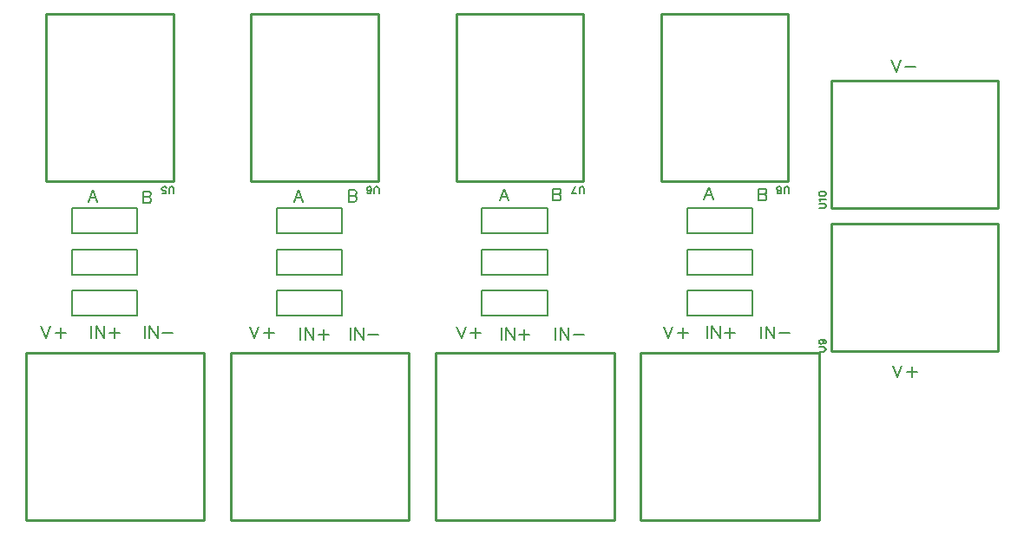
<source format=gto>
G04 Layer: TopSilkscreenLayer*
G04 EasyEDA Pro v2.2.35.2, 2025-01-10 12:23:15*
G04 Gerber Generator version 0.3*
G04 Scale: 100 percent, Rotated: No, Reflected: No*
G04 Dimensions in millimeters*
G04 Leading zeros omitted, absolute positions, 4 integers and 5 decimals*
%FSLAX45Y45*%
%MOMM*%
%ADD10C,0.203*%
%ADD11C,0.152*%
%ADD12C,0.1524*%
%ADD13C,0.254*%
G75*


G04 Text Start*
G54D10*
G01X6753860Y1970786D02*
G01X6798818Y1852930D01*
G01X6843776Y1970786D02*
G01X6798818Y1852930D01*
G01X6941566Y1954022D02*
G01X6941566Y1852930D01*
G01X6891020Y1903476D02*
G01X6992112Y1903476D01*
G01X4734560Y1970786D02*
G01X4779518Y1852930D01*
G01X4824476Y1970786D02*
G01X4779518Y1852930D01*
G01X4922266Y1954022D02*
G01X4922266Y1852930D01*
G01X4871720Y1903476D02*
G01X4972812Y1903476D01*
G01X2715260Y1970786D02*
G01X2760218Y1852930D01*
G01X2805176Y1970786D02*
G01X2760218Y1852930D01*
G01X2902966Y1954022D02*
G01X2902966Y1852930D01*
G01X2852420Y1903476D02*
G01X2953512Y1903476D01*
G01X680979Y1972386D02*
G01X725937Y1854530D01*
G01X770895Y1972386D02*
G01X725937Y1854530D01*
G01X868685Y1955622D02*
G01X868685Y1854530D01*
G01X818139Y1905076D02*
G01X919231Y1905076D01*
G01X3210560Y1958086D02*
G01X3210560Y1840230D01*
G01X3257804Y1958086D02*
G01X3257804Y1840230D01*
G01X3257804Y1958086D02*
G01X3336544Y1840230D01*
G01X3336544Y1958086D02*
G01X3336544Y1840230D01*
G01X3434334Y1941322D02*
G01X3434334Y1840230D01*
G01X3383788Y1890776D02*
G01X3484880Y1890776D01*
G01X5171445Y1959686D02*
G01X5171445Y1841830D01*
G01X5218689Y1959686D02*
G01X5218689Y1841830D01*
G01X5218689Y1959686D02*
G01X5297429Y1841830D01*
G01X5297429Y1959686D02*
G01X5297429Y1841830D01*
G01X5395219Y1942922D02*
G01X5395219Y1841830D01*
G01X5344673Y1892376D02*
G01X5445765Y1892376D01*
G01X7178045Y1972386D02*
G01X7178045Y1854530D01*
G01X7225289Y1972386D02*
G01X7225289Y1854530D01*
G01X7225289Y1972386D02*
G01X7304029Y1854530D01*
G01X7304029Y1972386D02*
G01X7304029Y1854530D01*
G01X7401819Y1955622D02*
G01X7401819Y1854530D01*
G01X7351273Y1905076D02*
G01X7452365Y1905076D01*
G01X1170945Y1972386D02*
G01X1170945Y1854530D01*
G01X1218189Y1972386D02*
G01X1218189Y1854530D01*
G01X1218189Y1972386D02*
G01X1296929Y1854530D01*
G01X1296929Y1972386D02*
G01X1296929Y1854530D01*
G01X1394719Y1955622D02*
G01X1394719Y1854530D01*
G01X1344173Y1905076D02*
G01X1445265Y1905076D01*
G01X1691645Y1972386D02*
G01X1691645Y1854530D01*
G01X1738889Y1972386D02*
G01X1738889Y1854530D01*
G01X1738889Y1972386D02*
G01X1817629Y1854530D01*
G01X1817629Y1972386D02*
G01X1817629Y1854530D01*
G01X1864873Y1905076D02*
G01X1965965Y1905076D01*
G01X3698245Y1959686D02*
G01X3698245Y1841830D01*
G01X3745489Y1959686D02*
G01X3745489Y1841830D01*
G01X3745489Y1959686D02*
G01X3824229Y1841830D01*
G01X3824229Y1959686D02*
G01X3824229Y1841830D01*
G01X3871473Y1892376D02*
G01X3972565Y1892376D01*
G01X5699760Y1958086D02*
G01X5699760Y1840230D01*
G01X5747004Y1958086D02*
G01X5747004Y1840230D01*
G01X5747004Y1958086D02*
G01X5825744Y1840230D01*
G01X5825744Y1958086D02*
G01X5825744Y1840230D01*
G01X5872988Y1890776D02*
G01X5974080Y1890776D01*
G01X7706360Y1970786D02*
G01X7706360Y1852930D01*
G01X7753604Y1970786D02*
G01X7753604Y1852930D01*
G01X7753604Y1970786D02*
G01X7832344Y1852930D01*
G01X7832344Y1970786D02*
G01X7832344Y1852930D01*
G01X7879588Y1903476D02*
G01X7980680Y1903476D01*
G01X8989060Y1589786D02*
G01X9034018Y1471930D01*
G01X9078976Y1589786D02*
G01X9034018Y1471930D01*
G01X9176766Y1573022D02*
G01X9176766Y1471930D01*
G01X9126220Y1522476D02*
G01X9227312Y1522476D01*
G01X8976360Y4574286D02*
G01X9021318Y4456430D01*
G01X9066276Y4574286D02*
G01X9021318Y4456430D01*
G01X9113520Y4506976D02*
G01X9214612Y4506976D01*
G01X1185418Y3304286D02*
G01X1140460Y3186430D01*
G01X1185418Y3304286D02*
G01X1230376Y3186430D01*
G01X1157224Y3225546D02*
G01X1213358Y3225546D01*
G01X1673860Y3291586D02*
G01X1673860Y3173730D01*
G01X1673860Y3291586D02*
G01X1724406Y3291586D01*
G01X1741170Y3285998D01*
G01X1746758Y3280410D01*
G01X1752346Y3269234D01*
G01X1752346Y3257804D01*
G01X1746758Y3246628D01*
G01X1741170Y3241040D01*
G01X1724406Y3235452D01*
G01X1673860Y3235452D02*
G01X1724406Y3235452D01*
G01X1741170Y3229864D01*
G01X1746758Y3224276D01*
G01X1752346Y3212846D01*
G01X1752346Y3196082D01*
G01X1746758Y3184906D01*
G01X1741170Y3179318D01*
G01X1724406Y3173730D01*
G01X1673860Y3173730D01*
G01X3192018Y3304286D02*
G01X3147060Y3186430D01*
G01X3192018Y3304286D02*
G01X3236976Y3186430D01*
G01X3163824Y3225546D02*
G01X3219958Y3225546D01*
G01X3680460Y3304286D02*
G01X3680460Y3186430D01*
G01X3680460Y3304286D02*
G01X3731006Y3304286D01*
G01X3747770Y3298698D01*
G01X3753358Y3293110D01*
G01X3758946Y3281934D01*
G01X3758946Y3270504D01*
G01X3753358Y3259328D01*
G01X3747770Y3253740D01*
G01X3731006Y3248152D01*
G01X3680460Y3248152D02*
G01X3731006Y3248152D01*
G01X3747770Y3242564D01*
G01X3753358Y3236976D01*
G01X3758946Y3225546D01*
G01X3758946Y3208782D01*
G01X3753358Y3197606D01*
G01X3747770Y3192018D01*
G01X3731006Y3186430D01*
G01X3680460Y3186430D01*
G01X5198618Y3316986D02*
G01X5153660Y3199130D01*
G01X5198618Y3316986D02*
G01X5243576Y3199130D01*
G01X5170424Y3238246D02*
G01X5226558Y3238246D01*
G01X5674360Y3316986D02*
G01X5674360Y3199130D01*
G01X5674360Y3316986D02*
G01X5724906Y3316986D01*
G01X5741670Y3311398D01*
G01X5747258Y3305810D01*
G01X5752846Y3294634D01*
G01X5752846Y3283204D01*
G01X5747258Y3272028D01*
G01X5741670Y3266440D01*
G01X5724906Y3260852D01*
G01X5674360Y3260852D02*
G01X5724906Y3260852D01*
G01X5741670Y3255264D01*
G01X5747258Y3249676D01*
G01X5752846Y3238246D01*
G01X5752846Y3221482D01*
G01X5747258Y3210306D01*
G01X5741670Y3204718D01*
G01X5724906Y3199130D01*
G01X5674360Y3199130D01*
G01X7192518Y3329686D02*
G01X7147560Y3211830D01*
G01X7192518Y3329686D02*
G01X7237476Y3211830D01*
G01X7164324Y3250946D02*
G01X7220458Y3250946D01*
G01X7680960Y3316986D02*
G01X7680960Y3199130D01*
G01X7680960Y3316986D02*
G01X7731506Y3316986D01*
G01X7748270Y3311398D01*
G01X7753858Y3305810D01*
G01X7759446Y3294634D01*
G01X7759446Y3283204D01*
G01X7753858Y3272028D01*
G01X7748270Y3266440D01*
G01X7731506Y3260852D01*
G01X7680960Y3260852D02*
G01X7731506Y3260852D01*
G01X7748270Y3255264D01*
G01X7753858Y3249676D01*
G01X7759446Y3238246D01*
G01X7759446Y3221482D01*
G01X7753858Y3210306D01*
G01X7748270Y3204718D01*
G01X7731506Y3199130D01*
G01X7680960Y3199130D01*
G54D11*
G01X1975080Y3270366D02*
G01X1975080Y3316848D01*
G01X1972032Y3325992D01*
G01X1965936Y3332342D01*
G01X1956538Y3335390D01*
G01X1950442Y3335390D01*
G01X1941044Y3332342D01*
G01X1934948Y3325992D01*
G01X1931646Y3316848D01*
G01X1931646Y3270366D01*
G01X1864336Y3270366D02*
G01X1895324Y3270366D01*
G01X1898372Y3298052D01*
G01X1895324Y3295004D01*
G01X1886180Y3291956D01*
G01X1876782Y3291956D01*
G01X1867638Y3295004D01*
G01X1861288Y3301354D01*
G01X1858240Y3310498D01*
G01X1858240Y3316848D01*
G01X1861288Y3325992D01*
G01X1867638Y3332342D01*
G01X1876782Y3335390D01*
G01X1886180Y3335390D01*
G01X1895324Y3332342D01*
G01X1898372Y3329040D01*
G01X1901674Y3322944D01*
G01X8270366Y3124920D02*
G01X8316848Y3124920D01*
G01X8325992Y3127968D01*
G01X8332342Y3134064D01*
G01X8335390Y3143462D01*
G01X8335390Y3149558D01*
G01X8332342Y3158956D01*
G01X8325992Y3165052D01*
G01X8316848Y3168354D01*
G01X8270366Y3168354D01*
G01X8282558Y3198326D02*
G01X8279510Y3204676D01*
G01X8270366Y3213820D01*
G01X8335390Y3213820D01*
G01X8270366Y3262588D02*
G01X8273414Y3253190D01*
G01X8282558Y3247094D01*
G01X8298052Y3243792D01*
G01X8307450Y3243792D01*
G01X8322944Y3247094D01*
G01X8332342Y3253190D01*
G01X8335390Y3262588D01*
G01X8335390Y3268684D01*
G01X8332342Y3277828D01*
G01X8322944Y3284178D01*
G01X8307450Y3287226D01*
G01X8298052Y3287226D01*
G01X8282558Y3284178D01*
G01X8273414Y3277828D01*
G01X8270366Y3268684D01*
G01X8270366Y3262588D01*
G01X8270366Y1724920D02*
G01X8316848Y1724920D01*
G01X8325992Y1727968D01*
G01X8332342Y1734064D01*
G01X8335390Y1743462D01*
G01X8335390Y1749558D01*
G01X8332342Y1758956D01*
G01X8325992Y1765052D01*
G01X8316848Y1768354D01*
G01X8270366Y1768354D01*
G01X8291956Y1838712D02*
G01X8301354Y1835664D01*
G01X8307450Y1829314D01*
G01X8310498Y1820170D01*
G01X8310498Y1817122D01*
G01X8307450Y1807724D01*
G01X8301354Y1801628D01*
G01X8291956Y1798326D01*
G01X8288908Y1798326D01*
G01X8279510Y1801628D01*
G01X8273414Y1807724D01*
G01X8270366Y1817122D01*
G01X8270366Y1820170D01*
G01X8273414Y1829314D01*
G01X8279510Y1835664D01*
G01X8291956Y1838712D01*
G01X8307450Y1838712D01*
G01X8322944Y1835664D01*
G01X8332342Y1829314D01*
G01X8335390Y1820170D01*
G01X8335390Y1813820D01*
G01X8332342Y1804676D01*
G01X8325992Y1801628D01*
G01X3975080Y3270366D02*
G01X3975080Y3316848D01*
G01X3972032Y3325992D01*
G01X3965936Y3332342D01*
G01X3956538Y3335390D01*
G01X3950442Y3335390D01*
G01X3941044Y3332342D01*
G01X3934948Y3325992D01*
G01X3931646Y3316848D01*
G01X3931646Y3270366D01*
G01X3864336Y3279510D02*
G01X3867638Y3273414D01*
G01X3876782Y3270366D01*
G01X3882878Y3270366D01*
G01X3892276Y3273414D01*
G01X3898372Y3282558D01*
G01X3901674Y3298052D01*
G01X3901674Y3313546D01*
G01X3898372Y3325992D01*
G01X3892276Y3332342D01*
G01X3882878Y3335390D01*
G01X3879830Y3335390D01*
G01X3870686Y3332342D01*
G01X3864336Y3325992D01*
G01X3861288Y3316848D01*
G01X3861288Y3313546D01*
G01X3864336Y3304402D01*
G01X3870686Y3298052D01*
G01X3879830Y3295004D01*
G01X3882878Y3295004D01*
G01X3892276Y3298052D01*
G01X3898372Y3304402D01*
G01X3901674Y3313546D01*
G01X5975080Y3270366D02*
G01X5975080Y3316848D01*
G01X5972032Y3325992D01*
G01X5965936Y3332342D01*
G01X5956538Y3335390D01*
G01X5950442Y3335390D01*
G01X5941044Y3332342D01*
G01X5934948Y3325992D01*
G01X5931646Y3316848D01*
G01X5931646Y3270366D01*
G01X5858240Y3270366D02*
G01X5889228Y3335390D01*
G01X5901674Y3270366D02*
G01X5858240Y3270366D01*
G01X7975080Y3270366D02*
G01X7975080Y3316848D01*
G01X7972032Y3325992D01*
G01X7965936Y3332342D01*
G01X7956538Y3335390D01*
G01X7950442Y3335390D01*
G01X7941044Y3332342D01*
G01X7934948Y3325992D01*
G01X7931646Y3316848D01*
G01X7931646Y3270366D01*
G01X7886180Y3270366D02*
G01X7895324Y3273414D01*
G01X7898372Y3279510D01*
G01X7898372Y3285860D01*
G01X7895324Y3291956D01*
G01X7889228Y3295004D01*
G01X7876782Y3298052D01*
G01X7867638Y3301354D01*
G01X7861288Y3307450D01*
G01X7858240Y3313546D01*
G01X7858240Y3322944D01*
G01X7861288Y3329040D01*
G01X7864336Y3332342D01*
G01X7873734Y3335390D01*
G01X7886180Y3335390D01*
G01X7895324Y3332342D01*
G01X7898372Y3329040D01*
G01X7901674Y3322944D01*
G01X7901674Y3313546D01*
G01X7898372Y3307450D01*
G01X7892276Y3301354D01*
G01X7882878Y3298052D01*
G01X7870686Y3295004D01*
G01X7864336Y3291956D01*
G01X7861288Y3285860D01*
G01X7861288Y3279510D01*
G01X7864336Y3273414D01*
G01X7873734Y3270366D01*
G01X7886180Y3270366D01*
G04 Text End*

G04 PolygonModel Start*
G54D12*
G01X1617619Y2077381D02*
G01X982381Y2077381D01*
G01X982381Y2077381D02*
G01X982381Y2322618D01*
G01X982381Y2322618D02*
G01X1617619Y2322618D01*
G01X1617619Y2322618D02*
G01X1617619Y2077381D01*
G01X982381Y2722618D02*
G01X1617619Y2722618D01*
G01X1617619Y2722618D02*
G01X1617619Y2477381D01*
G01X1617619Y2477381D02*
G01X982381Y2477381D01*
G01X982381Y2477381D02*
G01X982381Y2722618D01*
G01X1617619Y2877382D02*
G01X982381Y2877382D01*
G01X982381Y2877382D02*
G01X982381Y3122619D01*
G01X982381Y3122619D02*
G01X1617619Y3122619D01*
G01X1617619Y3122619D02*
G01X1617619Y2877382D01*
G01X3617619Y2077381D02*
G01X2982381Y2077381D01*
G01X2982381Y2077381D02*
G01X2982381Y2322618D01*
G01X2982381Y2322618D02*
G01X3617619Y2322618D01*
G01X3617619Y2322618D02*
G01X3617619Y2077381D01*
G01X2982381Y2722618D02*
G01X3617619Y2722618D01*
G01X3617619Y2722618D02*
G01X3617619Y2477381D01*
G01X3617619Y2477381D02*
G01X2982381Y2477381D01*
G01X2982381Y2477381D02*
G01X2982381Y2722618D01*
G01X3617619Y2877382D02*
G01X2982381Y2877382D01*
G01X2982381Y2877382D02*
G01X2982381Y3122619D01*
G01X2982381Y3122619D02*
G01X3617619Y3122619D01*
G01X3617619Y3122619D02*
G01X3617619Y2877382D01*
G01X5617619Y2077381D02*
G01X4982381Y2077381D01*
G01X4982381Y2077381D02*
G01X4982381Y2322618D01*
G01X4982381Y2322618D02*
G01X5617619Y2322618D01*
G01X5617619Y2322618D02*
G01X5617619Y2077381D01*
G01X4982381Y2722618D02*
G01X5617619Y2722618D01*
G01X5617619Y2722618D02*
G01X5617619Y2477381D01*
G01X5617619Y2477381D02*
G01X4982381Y2477381D01*
G01X4982381Y2477381D02*
G01X4982381Y2722618D01*
G01X5617619Y2877382D02*
G01X4982381Y2877382D01*
G01X4982381Y2877382D02*
G01X4982381Y3122619D01*
G01X4982381Y3122619D02*
G01X5617619Y3122619D01*
G01X5617619Y3122619D02*
G01X5617619Y2877382D01*
G01X7617619Y2077381D02*
G01X6982380Y2077381D01*
G01X6982380Y2077381D02*
G01X6982380Y2322618D01*
G01X6982380Y2322618D02*
G01X7617619Y2322618D01*
G01X7617619Y2322618D02*
G01X7617619Y2077381D01*
G01X6982380Y2722618D02*
G01X7617619Y2722618D01*
G01X7617619Y2722618D02*
G01X7617619Y2477381D01*
G01X7617619Y2477381D02*
G01X6982380Y2477381D01*
G01X6982380Y2477381D02*
G01X6982380Y2722618D01*
G01X7617619Y2877382D02*
G01X6982380Y2877382D01*
G01X6982380Y2877382D02*
G01X6982380Y3122619D01*
G01X6982380Y3122619D02*
G01X7617619Y3122619D01*
G01X7617619Y3122619D02*
G01X7617619Y2877382D01*

G04 Rect Start*
G54D13*
G01X530000Y80000D02*
G01X530000Y1710000D01*
G01X2270000Y1710000D01*
G01X2270000Y80000D01*
G01X530000Y80000D01*
G01X1970000Y5020000D02*
G01X1970000Y3390000D01*
G01X730000Y3390000D01*
G01X730000Y5020000D01*
G01X1970000Y5020000D01*
G01X10020000Y3130000D02*
G01X8390000Y3130000D01*
G01X8390000Y4370000D01*
G01X10020000Y4370000D01*
G01X10020000Y3130000D01*
G01X10020000Y1730000D02*
G01X8390000Y1730000D01*
G01X8390000Y2970000D01*
G01X10020000Y2970000D01*
G01X10020000Y1730000D01*
G01X2530000Y80000D02*
G01X2530000Y1710000D01*
G01X4270000Y1710000D01*
G01X4270000Y80000D01*
G01X2530000Y80000D01*
G01X3970000Y5020000D02*
G01X3970000Y3390000D01*
G01X2730000Y3390000D01*
G01X2730000Y5020000D01*
G01X3970000Y5020000D01*
G01X4530000Y80000D02*
G01X4530000Y1710000D01*
G01X6270000Y1710000D01*
G01X6270000Y80000D01*
G01X4530000Y80000D01*
G01X5970000Y5020000D02*
G01X5970000Y3390000D01*
G01X4730000Y3390000D01*
G01X4730000Y5020000D01*
G01X5970000Y5020000D01*
G01X6530000Y80000D02*
G01X6530000Y1710000D01*
G01X8270000Y1710000D01*
G01X8270000Y80000D01*
G01X6530000Y80000D01*
G01X7970000Y5020000D02*
G01X7970000Y3390000D01*
G01X6730000Y3390000D01*
G01X6730000Y5020000D01*
G01X7970000Y5020000D01*
G04 Rect End*

M02*


</source>
